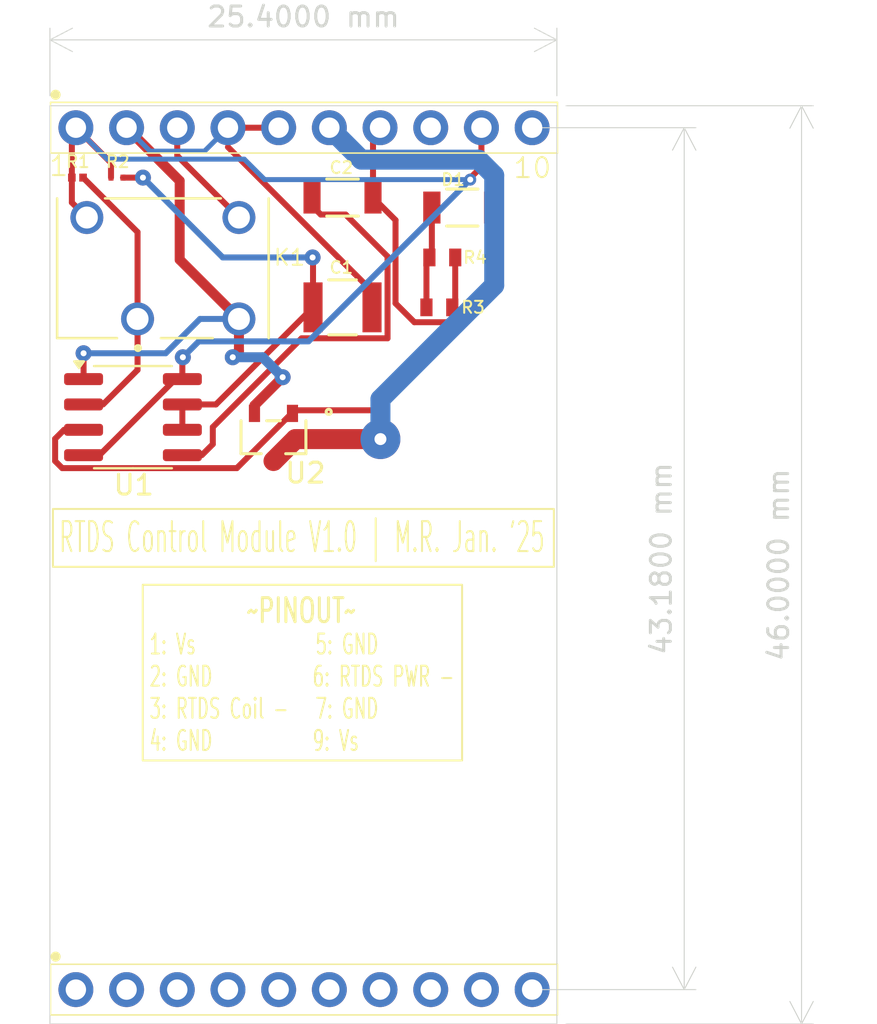
<source format=kicad_pcb>
(kicad_pcb (version 20240108) (generator "pcbnew") (generator_version "8.0")
  (layers (0 "F.Cu" signal) (31 "B.Cu" signal) (34 "B.Paste" user) (35 "F.Paste" user) (36 "B.SilkS" user "B.Silkscreen") (37 "F.SilkS" user "F.Silkscreen") (38 "B.Mask" user) (39 "F.Mask" user) (44 "Edge.Cuts" user))
  (net 0 "")
  (net 1 "Net-(U1-CV)")
  (net 2 "/GND")
  (net 3 "Net-(U1-TR)")
  (net 4 "/Vs")
  (net 5 "Net-(U1-DIS)")
  (net 6 "Net-(D1-K)")
  (net 7 "Net-(D1-A)")
  (net 10 "Net-(J1-Pad3)")
  (net 11 "Net-(U2-D)")
  (footprint "1k Resistor:STA_RMCF0603_STP-L" (layer "F.Cu") (at 69.16 31.9)
    (property "Reference" "R4" (at 1.64 0 0) (layer "F.SilkS") (effects (font (size 0.6 0.6) (thickness 0.1) (bold yes))))
    (property "Value" "1k")
    (pad "1" smd rect (at -0.6477 0) (size 0.6096 0.889) (layers "F.Cu" "F.Paste" "F.Mask") (net 6 "Net-(D1-K)"))
    (pad "2" smd rect (at 0.6477 0) (size 0.6096 0.889) (layers "F.Cu" "F.Paste" "F.Mask") (net 2 "/GND"))
  )
  (footprint "IRLML2060TRPBF:SOT23_INF" (layer "F.Cu") (at 60.7 40.9062 180)
    (property "Reference" "U2" (at -1.6 -1.7938 0) (layer "F.SilkS"))
    (property "Value" "IRLML2060TRPBF")
    (fp_line (start 1.6256 0.8255) (end 1.6256 -0.8255) (stroke (width 0.1524)) (layer "F.SilkS"))
    (fp_line (start 1.6256 -0.8255) (end 0.61214 -0.8255) (stroke (width 0.1524)) (layer "F.SilkS"))
    (fp_line (start -0.34036 0.8255) (end 0.34036 0.8255) (stroke (width 0.1524)) (layer "F.SilkS"))
    (fp_line (start -0.61214 -0.8255) (end -1.6256 -0.8255) (stroke (width 0.1524)) (layer "F.SilkS"))
    (fp_line (start -1.6256 -0.8255) (end -1.6256 0.8255) (stroke (width 0.1524)) (layer "F.SilkS"))
    (fp_circle (center -2.7686 1.27) (end -2.6416 1.27) (stroke (width 0.1524)) (fill none) (layer "F.SilkS"))
    (pad "1" smd rect (at -0.9525 1.1938 180) (size 0.5588 0.8636) (layers "F.Cu" "F.Paste" "F.Mask") (net 7 "Net-(D1-A)"))
    (pad "2" smd rect (at 0.9525 1.1938 180) (size 0.5588 0.8636) (layers "F.Cu" "F.Paste" "F.Mask") (net 2 "/GND"))
    (pad "3" smd rect (at 0 -1.1938 180) (size 0.5588 0.8636) (layers "F.Cu" "F.Paste" "F.Mask") (net 11 "Net-(U2-D)"))
  )
  (footprint "Yellow RTDS LED:LED_AP3216SYD_KNB" (layer "F.Cu") (at 70.16 29.4)
    (property "Reference" "D1" (at -0.46 -1.4 0) (layer "F.SilkS") (effects (font (size 0.6 0.6) (thickness 0.1) (bold yes))))
    (property "Value" "LED (Test)")
    (fp_line (start -0.78465 0.9271) (end 0.78465 0.9271) (stroke (width 0.1524)) (layer "F.SilkS"))
    (fp_line (start 0.78465 -0.9271) (end -0.78465 -0.9271) (stroke (width 0.1524)) (layer "F.SilkS"))
    (pad "1" smd rect (at -1.524 0) (size 0.8636 1.6002) (layers "F.Cu" "F.Paste" "F.Mask") (net 6 "Net-(D1-K)"))
    (pad "2" smd rect (at 1.524 0) (size 0.8636 1.6002) (layers "F.Cu" "F.Paste" "F.Mask") (net 7 "Net-(D1-A)"))
  )
  (footprint "57.6 RTDS Resistor:RES_ERJ1GNF5762C" (layer "F.Cu") (at 52.86 27.9)
    (property "Reference" "R2" (at 0.04 -0.8 0) (layer "F.SilkS") (effects (font (size 0.6 0.6) (thickness 0.1) (bold yes))))
    (property "Value" "57.6k")
    (pad "1" smd rect (at -0.3 0) (size 0.25 0.3) (layers "F.Cu" "F.Paste" "F.Mask") (net 4 "/Vs"))
    (pad "2" smd rect (at 0.3 0) (size 0.25 0.3) (layers "F.Cu" "F.Paste" "F.Mask") (net 5 "Net-(U1-DIS)"))
  )
  (footprint "RTDS Relay:RELAY_G6L-1P_DC5" (layer "F.Cu") (at 55.16 32.44)
    (property "Reference" "K1" (at 6.34 -0.54 0) (layer "F.SilkS") (effects (font (size 0.8 0.8) (thickness 0.1))))
    (property "Value" "G6L-1P_DC5")
    (fp_line (start -5.3 -3.5) (end -5.3 3.5) (stroke (width 0.127)) (layer "F.SilkS"))
    (fp_line (start -5.3 3.5) (end -2.3 3.5) (stroke (width 0.127)) (layer "F.SilkS"))
    (fp_line (start -0.1 3.5) (end 2.5 3.5) (stroke (width 0.127)) (layer "F.SilkS"))
    (fp_line (start 2.9 -3.5) (end -2.9 -3.5) (stroke (width 0.127)) (layer "F.SilkS"))
    (fp_line (start 5.3 3.5) (end 5.3 -3.5) (stroke (width 0.127)) (layer "F.SilkS"))
    (fp_circle (center -1.25 4) (end -1.15 4) (stroke (width 0.2)) (fill none) (layer "F.SilkS"))
    (pad "2" thru_hole circle (at -1.27 2.54) (size 1.65 1.65) (drill 1.1) (layers "*.Cu" "*.Mask") (net 3 "Net-(U1-TR)"))
    (pad "4" thru_hole circle (at 3.81 2.54) (size 1.65 1.65) (drill 1.1) (layers "*.Cu" "*.Mask") (net 2 "/GND"))
    (pad "5" thru_hole circle (at 3.81 -2.54) (size 1.65 1.65) (drill 1.1) (layers "*.Cu" "*.Mask") (net 10 "Net-(J1-Pad3)"))
    (pad "8" thru_hole circle (at -3.81 -2.54) (size 1.65 1.65) (drill 1.1) (layers "*.Cu" "*.Mask") (net 4 "/Vs"))
  )
  (footprint "10 pin output:1X10-2.54MM-THT" (layer "F.Cu") (at 50.8 68.58)
    (property "Reference" "J1" (hide yes))
    (property "Value" "PH1-10-UA")
    (fp_line (start -1.27 -1.27) (end -1.27 1.27) (stroke (width 0.0762)) (layer "F.SilkS"))
    (fp_line (start -1.27 -1.27) (end 24.13 -1.27) (stroke (width 0.0762)) (layer "F.SilkS"))
    (fp_line (start 24.13 -1.27) (end 24.13 1.27) (stroke (width 0.0762)) (layer "F.SilkS"))
    (fp_line (start 24.13 1.27) (end -1.27 1.27) (stroke (width 0.0762)) (layer "F.SilkS"))
    (fp_circle (center -1.016 -1.651) (end -0.762 -1.651) (fill solid) (layer "F.SilkS"))
    (pad "1" thru_hole circle (at 0 0) (size 1.75 1.75) (drill 1.02) (layers "*.Cu" "*.Mask"))
    (pad "2" thru_hole circle (at 2.54 0) (size 1.75 1.75) (drill 1.02) (layers "*.Cu" "*.Mask"))
    (pad "3" thru_hole circle (at 5.08 0) (size 1.75 1.75) (drill 1.02) (layers "*.Cu" "*.Mask"))
    (pad "4" thru_hole circle (at 7.62 0) (size 1.75 1.75) (drill 1.02) (layers "*.Cu" "*.Mask"))
    (pad "5" thru_hole circle (at 10.16 0) (size 1.75 1.75) (drill 1.02) (layers "*.Cu" "*.Mask"))
    (pad "6" thru_hole circle (at 12.7 0) (size 1.75 1.75) (drill 1.02) (layers "*.Cu" "*.Mask"))
    (pad "7" thru_hole circle (at 15.24 0) (size 1.75 1.75) (drill 1.02) (layers "*.Cu" "*.Mask"))
    (pad "8" thru_hole circle (at 17.78 0) (size 1.75 1.75) (drill 1.02) (layers "*.Cu" "*.Mask"))
    (pad "9" thru_hole circle (at 20.32 0) (size 1.75 1.75) (drill 1.02) (layers "*.Cu" "*.Mask"))
    (pad "10" thru_hole circle (at 22.86 0) (size 1.75 1.75) (drill 1.02) (layers "*.Cu" "*.Mask"))
  )
  (footprint "Capacitor 47u:CAP_CL32_SAM" (layer "F.Cu") (at 64.16 34.4)
    (property "Reference" "C1" (at -0.06 -2 0) (layer "F.SilkS") (effects (font (size 0.6 0.6) (thickness 0.1) (bold yes))))
    (property "Value" "47u")
    (fp_line (start -0.692451 1.377) (end 0.692451 1.377) (stroke (width 0.1524)) (layer "F.SilkS"))
    (fp_line (start 0.692451 -1.377) (end -0.692451 -1.377) (stroke (width 0.1524)) (layer "F.SilkS"))
    (pad "1" smd rect (at -1.477801 0) (size 0.9556 2.5) (layers "F.Cu" "F.Paste" "F.Mask") (net 5 "Net-(U1-DIS)"))
    (pad "2" smd rect (at 1.477801 0) (size 0.9556 2.5) (layers "F.Cu" "F.Paste" "F.Mask") (net 2 "/GND"))
  )
  (footprint "10K RTDS Resistor:RESC0603X26N" (layer "F.Cu") (at 50.879 27.9)
    (property "Reference" "R1" (at 0.021 -0.8 0) (layer "F.SilkS") (effects (font (size 0.6 0.6) (thickness 0.1) (bold yes))))
    (property "Value" "10k")
    (pad "1" smd rect (at -0.281 0) (size 0.38 0.4) (layers "F.Cu" "F.Paste" "F.Mask") (net 4 "/Vs"))
    (pad "2" smd rect (at 0.281 0) (size 0.38 0.4) (layers "F.Cu" "F.Paste" "F.Mask") (net 3 "Net-(U1-TR)"))
  )
  (footprint "Package_SO:SOIC-8_3.9x4.9mm_P1.27mm" (layer "F.Cu") (at 53.66 39.9)
    (property "Reference" "U1" (at 0.04 3.4 0) (layer "F.SilkS"))
    (property "Value" "NE555D")
    (fp_line (start 0 -2.56) (end -1.95 -2.56) (stroke (width 0.12)) (layer "F.SilkS"))
    (fp_line (start 0 -2.56) (end 1.95 -2.56) (stroke (width 0.12)) (layer "F.SilkS"))
    (fp_line (start 0 2.56) (end -1.95 2.56) (stroke (width 0.12)) (layer "F.SilkS"))
    (fp_line (start 0 2.56) (end 1.95 2.56) (stroke (width 0.12)) (layer "F.SilkS"))
    (fp_poly (pts (xy -2.7 -2.465) (xy -2.94 -2.795) (xy -2.46 -2.795) (xy -2.7 -2.465)) (stroke (width 0.12)) (fill solid) (layer "F.SilkS"))
    (pad "1" smd roundrect (at -2.475 -1.905) (size 1.95 0.6) (layers "F.Cu" "F.Paste" "F.Mask") (net 2 "/GND"))
    (pad "2" smd roundrect (at -2.475 -0.635) (size 1.95 0.6) (layers "F.Cu" "F.Paste" "F.Mask") (net 3 "Net-(U1-TR)"))
    (pad "3" smd roundrect (at -2.475 0.635) (size 1.95 0.6) (layers "F.Cu" "F.Paste" "F.Mask") (net 7 "Net-(D1-A)"))
    (pad "4" smd roundrect (at -2.475 1.905) (size 1.95 0.6) (layers "F.Cu" "F.Paste" "F.Mask") (net 4 "/Vs"))
    (pad "5" smd roundrect (at 2.475 1.905) (size 1.95 0.6) (layers "F.Cu" "F.Paste" "F.Mask") (net 1 "Net-(U1-CV)"))
    (pad "6" smd roundrect (at 2.475 0.635) (size 1.95 0.6) (layers "F.Cu" "F.Paste" "F.Mask") (net 5 "Net-(U1-DIS)"))
    (pad "7" smd roundrect (at 2.475 -0.635) (size 1.95 0.6) (layers "F.Cu" "F.Paste" "F.Mask") (net 5 "Net-(U1-DIS)"))
    (pad "8" smd roundrect (at 2.475 -1.905) (size 1.95 0.6) (layers "F.Cu" "F.Paste" "F.Mask") (net 4 "/Vs"))
  )
  (footprint "Capacitor 0.1u:CAP_CL31_SAM" (layer "F.Cu") (at 64.16 28.9)
    (property "Reference" "C2" (at -0.06 -1.5 0) (layer "F.SilkS") (effects (font (size 0.6 0.6) (thickness 0.1) (bold yes))))
    (property "Value" "0.1u")
    (fp_line (start -0.792451 0.927) (end 0.792451 0.927) (stroke (width 0.1524)) (layer "F.SilkS"))
    (fp_line (start 0.792451 -0.927) (end -0.792451 -0.927) (stroke (width 0.1524)) (layer "F.SilkS"))
    (pad "1" smd rect (at -1.527801 0) (size 0.8556 1.6) (layers "F.Cu" "F.Paste" "F.Mask") (net 1 "Net-(U1-CV)"))
    (pad "2" smd rect (at 1.527801 0) (size 0.8556 1.6) (layers "F.Cu" "F.Paste" "F.Mask") (net 2 "/GND"))
  )
  (footprint "1k Resistor:STA_RMCF0603_STP-L" (layer "F.Cu") (at 69.0123 34.4)
    (property "Reference" "R3" (at 1.6877 0 0) (layer "F.SilkS") (effects (font (size 0.6 0.6) (thickness 0.1) (bold yes))))
    (property "Value" "1k")
    (pad "1" smd rect (at -0.6477 0) (size 0.6096 0.889) (layers "F.Cu" "F.Paste" "F.Mask") (net 6 "Net-(D1-K)"))
    (pad "2" smd rect (at 0.6477 0) (size 0.6096 0.889) (layers "F.Cu" "F.Paste" "F.Mask") (net 2 "/GND"))
  )
  (footprint "10 pin output:1X10-2.54MM-THT" (layer "F.Cu") (at 50.8 25.4)
    (property "Reference" "J1" (hide yes))
    (property "Value" "PH1-10-UA")
    (fp_line (start -1.27 -1.27) (end -1.27 1.27) (stroke (width 0.0762)) (layer "F.SilkS"))
    (fp_line (start -1.27 -1.27) (end 24.13 -1.27) (stroke (width 0.0762)) (layer "F.SilkS"))
    (fp_line (start 24.13 -1.27) (end 24.13 1.27) (stroke (width 0.0762)) (layer "F.SilkS"))
    (fp_line (start 24.13 1.27) (end -1.27 1.27) (stroke (width 0.0762)) (layer "F.SilkS"))
    (fp_circle (center -1.016 -1.651) (end -0.762 -1.651) (fill solid) (layer "F.SilkS"))
    (pad "1" thru_hole circle (at 0 0) (size 1.75 1.75) (drill 1.02) (layers "*.Cu" "*.Mask") (net 4 "/Vs"))
    (pad "2" thru_hole circle (at 2.54 0) (size 1.75 1.75) (drill 1.02) (layers "*.Cu" "*.Mask") (net 2 "/GND"))
    (pad "3" thru_hole circle (at 5.08 0) (size 1.75 1.75) (drill 1.02) (layers "*.Cu" "*.Mask") (net 10 "Net-(J1-Pad3)"))
    (pad "4" thru_hole circle (at 7.62 0) (size 1.75 1.75) (drill 1.02) (layers "*.Cu" "*.Mask") (net 2 "/GND"))
    (pad "5" thru_hole circle (at 10.16 0) (size 1.75 1.75) (drill 1.02) (layers "*.Cu" "*.Mask") (net 2 "/GND"))
    (pad "6" thru_hole circle (at 12.7 0) (size 1.75 1.75) (drill 1.02) (layers "*.Cu" "*.Mask") (net 11 "Net-(U2-D)"))
    (pad "7" thru_hole circle (at 15.24 0) (size 1.75 1.75) (drill 1.02) (layers "*.Cu" "*.Mask") (net 2 "/GND"))
    (pad "8" thru_hole circle (at 17.78 0) (size 1.75 1.75) (drill 1.02) (layers "*.Cu" "*.Mask"))
    (pad "9" thru_hole circle (at 20.32 0) (size 1.75 1.75) (drill 1.02) (layers "*.Cu" "*.Mask") (net 4 "/Vs"))
    (pad "10" thru_hole circle (at 22.86 0) (size 1.75 1.75) (drill 1.02) (layers "*.Cu" "*.Mask"))
  )
  (gr_rect (start 49.65 44.5) (end 74.75 47.4) (stroke (width 0.1)) (fill none) (layer "F.SilkS"))
  (gr_rect (start 54.15 48.3) (end 70.15 57.1) (stroke (width 0.1)) (fill none) (layer "F.SilkS"))
  (gr_rect (start 49.5 24.3) (end 74.9 70.3) (stroke (width 0.05)) (fill none) (layer "Edge.Cuts"))
  (gr_text "10" (at 72.657619 28 0) (layer "F.SilkS") (effects (font (size 1 1) (thickness 0.1)) (justify left bottom)))
  (gr_text "1: Vs 	        5: GND\n2: GND           6: RTDS PWR -\n3: RTDS Coil -   7: GND\n4: GND           9: Vs" (at 54.431428 56.7 0) (layer "F.SilkS") (effects (font (size 1 0.6) (thickness 0.1)) (justify left bottom)))
  (gr_text "~PINOUT~" (at 59.281191 50.3 0) (layer "F.SilkS") (effects (font (size 1.2 0.8) (thickness 0.15) (bold yes)) (justify left bottom)))
  (gr_text "1" (at 49.4 27.9 0) (layer "F.SilkS") (effects (font (size 1 1) (thickness 0.1)) (justify left bottom)))
  (gr_text "RTDS Control Module V1.0 | M.R. Jan. '25" (at 49.9 46.8 0) (layer "F.SilkS") (effects (font (size 1.5 0.75) (thickness 0.1)) (justify left bottom)))
  (dimension (type aligned) (layer "Edge.Cuts") (pts (xy 73.66 68.58) (xy 73.66 25.4)) (height 7.62) (gr_text "43.1800 mm" (at 80.13 46.99 90) (layer "Edge.Cuts") (effects (font (size 1 1) (thickness 0.15)))) (format (prefix "") (suffix "") (units 3) (units_format 1) (precision 4)) (style (thickness 0.05) (arrow_length 1.27) (text_position_mode 0) (extension_height 0.58642) (extension_offset 0.5) keep_text_aligned))
  (dimension (type aligned) (layer "Edge.Cuts") (pts (xy 74.86 24.3) (xy 74.86 70.3)) (height -12.3) (gr_text "46.0000 mm" (at 86.01 47.3 90) (layer "Edge.Cuts") (effects (font (size 1 1) (thickness 0.15)))) (format (prefix "") (suffix "") (units 3) (units_format 1) (precision 4)) (style (thickness 0.05) (arrow_length 1.27) (text_position_mode 0) (extension_height 0.58642) (extension_offset 0.5) keep_text_aligned))
  (dimension (type aligned) (layer "Edge.Cuts") (pts (xy 74.9 24.3) (xy 49.5 24.3)) (height 3.299999) (gr_text "25.4000 mm" (at 62.2 19.850001 0) (layer "Edge.Cuts") (effects (font (size 1 1) (thickness 0.15)))) (format (prefix "") (suffix "") (units 3) (units_format 1) (precision 4)) (style (thickness 0.05) (arrow_length 1.27) (text_position_mode 0) (extension_height 0.58642) (extension_offset 0.5) keep_text_aligned))
  (segment (start 63.069377 29.7492) (end 64.3138 29.7492) (width 0.3) (layer "F.Cu") (net 1))
  (segment (start 62.632199 28.9) (end 62.632199 29.312022) (width 0.2) (layer "F.Cu") (net 1))
  (segment (start 62.11 35.95) (end 57.66 40.4) (width 0.3) (layer "F.Cu") (net 1))
  (segment (start 66.415601 35.95) (end 62.11 35.95) (width 0.3) (layer "F.Cu") (net 1))
  (segment (start 66.415601 31.851001) (end 66.415601 35.95) (width 0.3) (layer "F.Cu") (net 1))
  (segment (start 57.66 40.4) (end 57.66 41.254999) (width 0.3) (layer "F.Cu") (net 1))
  (segment (start 57.66 41.254999) (end 57.109999 41.805) (width 0.3) (layer "F.Cu") (net 1))
  (segment (start 64.3138 29.7492) (end 66.415601 31.851001) (width 0.3) (layer "F.Cu") (net 1))
  (segment (start 62.632199 29.312022) (end 63.069377 29.7492) (width 0.3) (layer "F.Cu") (net 1))
  (segment (start 57.109999 41.805) (end 56.135 41.805) (width 0.2) (layer "F.Cu") (net 1))
  (segment (start 66.815601 34.200301) (end 67.7598 35.1445) (width 0.3) (layer "F.Cu") (net 2))
  (segment (start 69.8077 31.9) (end 69.8077 34.2523) (width 0.3) (layer "F.Cu") (net 2))
  (segment (start 65.687801 25.752199) (end 66.04 25.4) (width 0.2) (layer "F.Cu") (net 2))
  (segment (start 66.815601 30.0278) (end 66.815601 34.200301) (width 0.3) (layer "F.Cu") (net 2))
  (segment (start 65.687801 28.9) (end 65.687801 25.752199) (width 0.3) (layer "F.Cu") (net 2))
  (segment (start 69.56 35.1445) (end 69.66 35.0445) (width 0.3) (layer "F.Cu") (net 2))
  (segment (start 65.687801 28.9) (end 66.815601 30.0278) (width 0.3) (layer "F.Cu") (net 2))
  (segment (start 65.637801 34.4) (end 65.637801 33.587978) (width 0.2) (layer "F.Cu") (net 2))
  (segment (start 59.7475 39.3125) (end 61.16 37.9) (width 0.5) (layer "F.Cu") (net 2))
  (segment (start 56 28.06) (end 53.34 25.4) (width 0.5) (layer "F.Cu") (net 2))
  (segment (start 51.185 37.995) (end 51.185 36.7) (width 0.3) (layer "F.Cu") (net 2))
  (segment (start 69.66 35.0445) (end 69.66 34.4) (width 0.3) (layer "F.Cu") (net 2))
  (segment (start 59.7475 39.7124) (end 59.7475 39.3125) (width 0.5) (layer "F.Cu") (net 2))
  (segment (start 58.97 34.98) (end 58.97 36.59) (width 0.5) (layer "F.Cu") (net 2))
  (segment (start 65.637801 33.587978) (end 58.42 26.370177) (width 0.3) (layer "F.Cu") (net 2))
  (segment (start 58.42 25.4) (end 60.96 25.4) (width 0.3) (layer "F.Cu") (net 2))
  (segment (start 69.8077 34.2523) (end 69.66 34.4) (width 0.2) (layer "F.Cu") (net 2))
  (segment (start 67.7598 35.1445) (end 69.56 35.1445) (width 0.3) (layer "F.Cu") (net 2))
  (segment (start 58.97 36.59) (end 58.66 36.9) (width 0.5) (layer "F.Cu") (net 2))
  (segment (start 58.97 34.98) (end 56 32.01) (width 0.5) (layer "F.Cu") (net 2))
  (segment (start 56 32.01) (end 56 28.06) (width 0.5) (layer "F.Cu") (net 2))
  (segment (start 58.42 26.370177) (end 58.42 25.4) (width 0.2) (layer "F.Cu") (net 2))
  (via (at 61.16 37.9) (size 0.8) (drill 0.3) (layers "F.Cu" "B.Cu") (net 2))
  (via (at 58.66 36.9) (size 0.8) (drill 0.3) (layers "F.Cu" "B.Cu") (net 2))
  (via (at 51.185 36.7) (size 0.8) (drill 0.3) (layers "F.Cu" "B.Cu") (net 2))
  (segment (start 60.16 36.9) (end 61.16 37.9) (width 0.5) (layer "B.Cu") (net 2))
  (segment (start 57.019339 34.98) (end 58.97 34.98) (width 0.3) (layer "B.Cu") (net 2))
  (segment (start 54.515 26.575) (end 53.34 25.4) (width 0.25) (layer "B.Cu") (net 2))
  (segment (start 57.245 26.575) (end 54.515 26.575) (width 0.25) (layer "B.Cu") (net 2))
  (segment (start 51.185 36.7) (end 55.299339 36.7) (width 0.3) (layer "B.Cu") (net 2))
  (segment (start 58.42 25.4) (end 57.245 26.575) (width 0.25) (layer "B.Cu") (net 2))
  (segment (start 58.66 36.9) (end 60.16 36.9) (width 0.5) (layer "B.Cu") (net 2))
  (segment (start 55.299339 36.7) (end 57.019339 34.98) (width 0.3) (layer "B.Cu") (net 2))
  (segment (start 52.159999 39.265) (end 51.185 39.265) (width 0.2) (layer "F.Cu") (net 3))
  (segment (start 53.89 34.98) (end 53.89 37.534999) (width 0.3) (layer "F.Cu") (net 3))
  (segment (start 53.89 34.98) (end 53.89 30.63) (width 0.3) (layer "F.Cu") (net 3))
  (segment (start 53.89 30.63) (end 51.16 27.9) (width 0.3) (layer "F.Cu") (net 3))
  (segment (start 53.89 37.534999) (end 52.159999 39.265) (width 0.3) (layer "F.Cu") (net 3))
  (segment (start 52.56 27.9) (end 52.56 27.16) (width 0.3) (layer "F.Cu") (net 4))
  (segment (start 51.185 41.805) (end 51.979448 41.805) (width 0.2) (layer "F.Cu") (net 4))
  (segment (start 56.135 36.925) (end 56.16 36.9) (width 0.2) (layer "F.Cu") (net 4))
  (segment (start 52.56 27.16) (end 50.8 25.4) (width 0.3) (layer "F.Cu") (net 4))
  (segment (start 55.789448 37.995) (end 56.135 37.995) (width 0.2) (layer "F.Cu") (net 4))
  (segment (start 70.56 27.92) (end 70.56 28) (width 0.2) (layer "F.Cu") (net 4))
  (segment (start 50.598 25.602) (end 50.8 25.4) (width 0.2) (layer "F.Cu") (net 4))
  (segment (start 56.135 37.995) (end 56.135 36.925) (width 0.3) (layer "F.Cu") (net 4))
  (segment (start 71.12 25.4) (end 71.12 27.36) (width 0.3) (layer "F.Cu") (net 4))
  (segment (start 50.598 29.148) (end 51.35 29.9) (width 0.3) (layer "F.Cu") (net 4))
  (segment (start 50.598 27.9) (end 50.598 25.602) (width 0.3) (layer "F.Cu") (net 4))
  (segment (start 51.979448 41.805) (end 55.789448 37.995) (width 0.3) (layer "F.Cu") (net 4))
  (segment (start 71.12 27.36) (end 70.56 27.92) (width 0.3) (layer "F.Cu") (net 4))
  (segment (start 50.598 27.9) (end 50.598 29.148) (width 0.3) (layer "F.Cu") (net 4))
  (via (at 70.56 28) (size 0.6) (drill 0.3) (layers "F.Cu" "B.Cu") (net 4))
  (via (at 56.16 36.9) (size 0.8) (drill 0.3) (layers "F.Cu" "B.Cu") (net 4))
  (segment (start 56.955 36.105) (end 56.16 36.9) (width 0.3) (layer "B.Cu") (net 4))
  (segment (start 70.56 28) (end 60.26 28) (width 0.25) (layer "B.Cu") (net 4))
  (segment (start 52.375 26.975) (end 50.8 25.4) (width 0.25) (layer "B.Cu") (net 4))
  (segment (start 60.26 28) (end 59.235 26.975) (width 0.25) (layer "B.Cu") (net 4))
  (segment (start 62.455 36.105) (end 56.955 36.105) (width 0.3) (layer "B.Cu") (net 4))
  (segment (start 70.56 28) (end 62.455 36.105) (width 0.3) (layer "B.Cu") (net 4))
  (segment (start 59.235 26.975) (end 52.375 26.975) (width 0.25) (layer "B.Cu") (net 4))
  (segment (start 62.682199 34.4) (end 62.682199 31.922199) (width 0.3) (layer "F.Cu") (net 5))
  (segment (start 53.16 27.9) (end 54.16 27.9) (width 0.3) (layer "F.Cu") (net 5))
  (segment (start 56.135 39.265) (end 56.135 40.535) (width 0.3) (layer "F.Cu") (net 5))
  (segment (start 62.682199 31.922199) (end 62.66 31.9) (width 0.2) (layer "F.Cu") (net 5))
  (segment (start 62.682199 34.4) (end 57.817199 39.265) (width 0.3) (layer "F.Cu") (net 5))
  (segment (start 57.817199 39.265) (end 56.135 39.265) (width 0.3) (layer "F.Cu") (net 5))
  (via (at 62.66 31.9) (size 0.8) (drill 0.3) (layers "F.Cu" "B.Cu") (net 5))
  (via (at 54.16 27.9) (size 0.8) (drill 0.3) (layers "F.Cu" "B.Cu") (net 5))
  (segment (start 58.16 31.9) (end 62.66 31.9) (width 0.3) (layer "B.Cu") (net 5))
  (segment (start 54.16 27.9) (end 58.16 31.9) (width 0.3) (layer "B.Cu") (net 5))
  (segment (start 68.5123 31.9) (end 68.5123 32.0477) (width 0.2) (layer "F.Cu") (net 6))
  (segment (start 68.5123 32.0477) (end 68.3646 32.1954) (width 0.2) (layer "F.Cu") (net 6))
  (segment (start 68.636 29.4) (end 68.636 31.7763) (width 0.3) (layer "F.Cu") (net 6))
  (segment (start 68.636 31.7763) (end 68.5123 31.9) (width 0.2) (layer "F.Cu") (net 6))
  (segment (start 68.3646 32.1954) (end 68.3646 34.4) (width 0.3) (layer "F.Cu") (net 6))
  (segment (start 68.5123 29.0477) (end 68.66 28.9) (width 0.2) (layer "F.Cu") (net 6))
  (segment (start 50.210001 40.535) (end 49.760001 40.985) (width 0.3) (layer "F.Cu") (net 7))
  (segment (start 49.760001 42.100001) (end 50.115 42.455) (width 0.3) (layer "F.Cu") (net 7))
  (segment (start 71.684 33.727607) (end 65.8538 39.557807) (width 0.3) (layer "F.Cu") (net 7))
  (segment (start 61.6125 39.7062) (end 61.760893 39.557807) (width 0.3) (layer "F.Cu") (net 7))
  (segment (start 50.115 42.455) (end 58.8637 42.455) (width 0.3) (layer "F.Cu") (net 7))
  (segment (start 71.684 29.4) (end 71.684 33.727607) (width 0.3) (layer "F.Cu") (net 7))
  (segment (start 61.760893 39.557807) (end 65.8538 39.557807) (width 0.3) (layer "F.Cu") (net 7))
  (segment (start 49.760001 40.985) (end 49.760001 42.100001) (width 0.3) (layer "F.Cu") (net 7))
  (segment (start 58.8637 42.455) (end 61.6125 39.7062) (width 0.3) (layer "F.Cu") (net 7))
  (segment (start 51.185 40.535) (end 50.210001 40.535) (width 0.3) (layer "F.Cu") (net 7))
  (segment (start 55.88 26.81) (end 58.97 29.9) (width 0.3) (layer "F.Cu") (net 10))
  (segment (start 55.88 25.4) (end 55.88 26.81) (width 0.3) (layer "F.Cu") (net 10))
  (segment (start 61.8 41) (end 60.7 42.1) (width 1) (layer "F.Cu") (net 11))
  (segment (start 66.06 41) (end 61.8 41) (width 1) (layer "F.Cu") (net 11))
  (via (at 66.06 41) (size 2) (drill 0.6) (layers "F.Cu" "B.Cu") (net 11))
  (segment (start 71.76 33.3) (end 66.06 39) (width 1) (layer "B.Cu") (net 11))
  (segment (start 65.1 27) (end 70.974214 27) (width 1) (layer "B.Cu") (net 11))
  (segment (start 65.1 27) (end 63.5 25.4) (width 1) (layer "B.Cu") (net 11))
  (segment (start 66.06 39) (end 66.06 41) (width 1) (layer "B.Cu") (net 11))
  (segment (start 71.76 27.785786) (end 71.76 33.3) (width 1) (layer "B.Cu") (net 11))
  (segment (start 70.974214 27) (end 71.76 27.785786) (width 1) (layer "B.Cu") (net 11))
)
</source>
